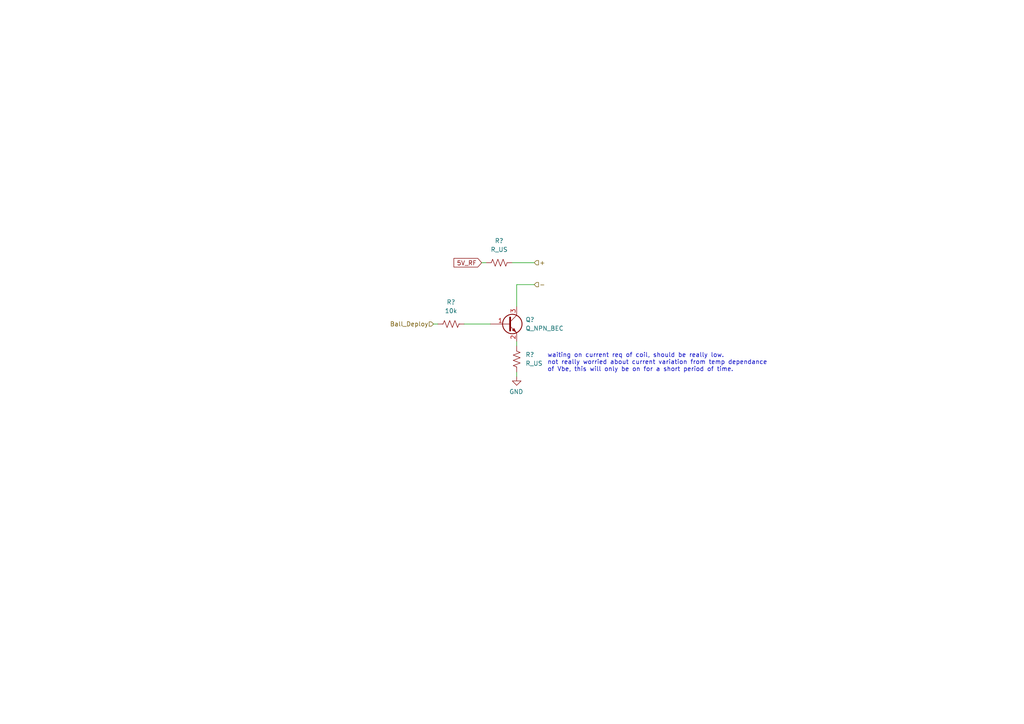
<source format=kicad_sch>
(kicad_sch (version 20211123) (generator eeschema)
  (paper "A4")
  (lib_symbols
    (symbol "Device:Q_NPN_BEC" (pin_names (offset 0) hide)
      (property "Reference" "Q" (at 5.08 1.27 0))
      (property "Value" "Q_NPN_BEC" (at 5.08 -1.27 0))
      (symbol "Q_NPN_BEC_0_1"
        (polyline (pts (xy 0.635 0.635) (xy 2.54 2.54)))
        (polyline (pts (xy 0.635 -0.635) (xy 2.54 -2.54) (xy 2.54 -2.54)))
        (polyline (pts (xy 0.635 1.905) (xy 0.635 -1.905) (xy 0.635 -1.905)) (stroke (width 0.508)))
        (polyline (pts (xy 1.27 -1.778) (xy 1.778 -1.27) (xy 2.286 -2.286) (xy 1.27 -1.778) (xy 1.27 -1.778)) (fill (type outline)))
        (circle (center 1.27 0) (radius 2.8194) (stroke (width 0.254)))
      )
      (symbol "Q_NPN_BEC_1_1"
        (pin input line (at -5.08 0 0) (length 5.715) (name "B") (number "1"))
        (pin passive line (at 2.54 -5.08 90) (length 2.54) (name "E") (number "2"))
        (pin passive line (at 2.54 5.08 270) (length 2.54) (name "C") (number "3"))
      )
    )
    (symbol "Device:R_US" (pin_numbers hide) (pin_names (offset 0))
      (property "Reference" "R" (at 2.54 0 90))
      (property "Value" "R_US" (at -2.54 0 90))
      (symbol "R_US_0_1"
        (polyline (pts (xy 0 -2.286) (xy 0 -2.54)))
        (polyline (pts (xy 0 2.286) (xy 0 2.54)))
        (polyline (pts (xy 0 -0.762) (xy 1.016 -1.143) (xy 0 -1.524) (xy -1.016 -1.905) (xy 0 -2.286)))
        (polyline (pts (xy 0 0.762) (xy 1.016 0.381) (xy 0 0) (xy -1.016 -0.381) (xy 0 -0.762)))
        (polyline (pts (xy 0 2.286) (xy 1.016 1.905) (xy 0 1.524) (xy -1.016 1.143) (xy 0 0.762)))
      )
      (symbol "R_US_1_1"
        (pin passive line (at 0 3.81 270) (length 1.27) (name "~") (number "1"))
        (pin passive line (at 0 -3.81 90) (length 1.27) (name "~") (number "2"))
      )
    )
    (symbol "power:GND" (power) (pin_names (offset 0))
      (property "Value" "GND" (at 0 -3.81 0))
      (symbol "GND_0_1"
        (polyline (pts (xy 0 0) (xy 0 -1.27) (xy 1.27 -1.27) (xy 0 -2.54) (xy -1.27 -1.27) (xy 0 -1.27)))
      )
      (symbol "GND_1_1"
        (pin power_in line (at 0 0 270) (length 0) hide (name "GND") (number "1"))
      )
    )
  )
  (wire (pts (xy 149.86 82.55) (xy 149.86 88.9)))
  (wire (pts (xy 149.86 107.95) (xy 149.86 109.22)))
  (wire (pts (xy 154.94 82.55) (xy 149.86 82.55)))
  (wire (pts (xy 134.62 93.98) (xy 142.24 93.98)))
  (wire (pts (xy 149.86 99.06) (xy 149.86 100.33)))
  (wire (pts (xy 148.59 76.2) (xy 154.94 76.2)))
  (wire (pts (xy 125.73 93.98) (xy 127 93.98)))
  (wire (pts (xy 139.7 76.2) (xy 140.97 76.2)))
  (text "waiting on current req of coil, should be really low.\nnot really worried about current variation from temp dependance\nof Vbe, this will only be on for a short period of time." (at 158.75 107.95 0) (effects (font (size 1.27 1.27)) (justify left bottom)))
  (global_label "5V_RF" (shape input) (at 139.7 76.2 180) (property "Intersheet References" "${INTERSHEET_REFS}" (effects hide)))
  (hierarchical_label "-" (shape input) (at 154.94 82.55 0))
  (hierarchical_label "+" (shape input) (at 154.94 76.2 0))
  (hierarchical_label "Ball_Deploy" (shape input) (at 125.73 93.98 180))
  (symbol (lib_id "Device:R_US") (at 130.81 93.98 90) (unit 1)
    (property "Reference" "R?" (at 130.81 87.63 90))
    (property "Value" "10k" (at 130.81 90.17 90))
  )
  (symbol (lib_id "power:GND") (at 149.86 109.22 0) (mirror y) (unit 1)
    (property "Reference" "#PWR?" (effects hide))
    (property "Value" "GND" (at 149.733 113.6142 0))
  )
  (symbol (lib_id "Device:R_US") (at 149.86 104.14 0) (unit 1)
    (property "Reference" "R?" (at 152.4 102.8699 0) (effects (justify left)))
    (property "Value" "R_US" (at 152.4 105.4099 0) (effects (justify left)))
  )
  (symbol (lib_id "Device:Q_NPN_BEC") (at 147.32 93.98 0) (unit 1)
    (property "Reference" "Q?" (at 152.4 92.7099 0) (effects (justify left)))
    (property "Value" "Q_NPN_BEC" (at 152.4 95.2499 0) (effects (justify left)))
  )
  (symbol (lib_id "Device:R_US") (at 144.78 76.2 90) (unit 1)
    (property "Reference" "R?" (at 144.78 69.85 90))
    (property "Value" "R_US" (at 144.78 72.39 90))
  )
)
</source>
